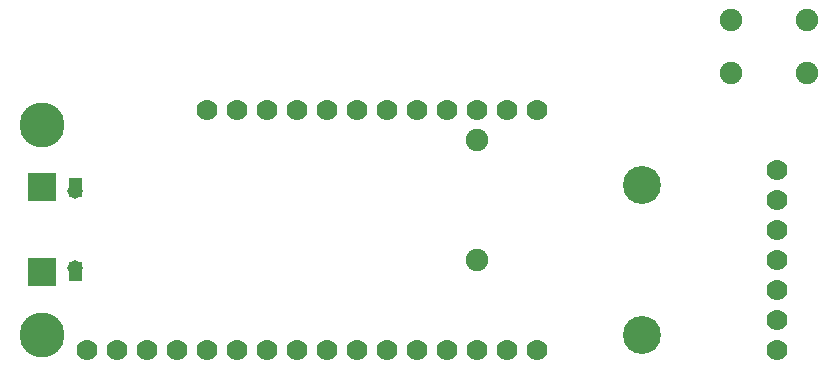
<source format=gtl>
G04 MADE WITH FRITZING*
G04 WWW.FRITZING.ORG*
G04 DOUBLE SIDED*
G04 HOLES PLATED*
G04 CONTOUR ON CENTER OF CONTOUR VECTOR*
%ASAXBY*%
%FSLAX23Y23*%
%MOIN*%
%OFA0B0*%
%SFA1.0B1.0*%
%ADD10C,0.126614*%
%ADD11C,0.070000*%
%ADD12C,0.075000*%
%ADD13C,0.095000*%
%ADD14C,0.149999*%
%ADD15C,0.051496*%
%ADD16R,0.095000X0.095000*%
%ADD17R,0.001000X0.001000*%
%LNCOPPER1*%
G90*
G70*
G54D10*
X2164Y701D03*
G54D11*
X2614Y151D03*
X2614Y251D03*
X2614Y351D03*
X2614Y451D03*
X2614Y551D03*
X2614Y651D03*
X2614Y751D03*
G54D10*
X2164Y201D03*
G54D12*
X2714Y1074D03*
X2458Y1074D03*
X2714Y1251D03*
X2458Y1251D03*
X1614Y851D03*
X1614Y451D03*
G54D11*
X1014Y951D03*
X1114Y151D03*
X314Y151D03*
X1814Y951D03*
G54D13*
X164Y410D03*
G54D11*
X714Y151D03*
X1514Y151D03*
X1414Y951D03*
G54D14*
X164Y901D03*
G54D11*
X514Y151D03*
X914Y151D03*
X1314Y151D03*
X1714Y151D03*
X1614Y951D03*
X1214Y951D03*
X814Y951D03*
G54D15*
X274Y422D03*
G54D11*
X414Y151D03*
X614Y151D03*
X814Y151D03*
X1014Y151D03*
X1214Y151D03*
X1414Y151D03*
X1614Y151D03*
X1814Y151D03*
X1714Y951D03*
X1514Y951D03*
X1314Y951D03*
X1114Y951D03*
X914Y951D03*
X714Y951D03*
G54D14*
X164Y201D03*
G54D15*
X274Y681D03*
G54D13*
X164Y693D03*
G54D16*
X164Y410D03*
X164Y693D03*
G54D17*
X253Y723D02*
X294Y723D01*
X253Y722D02*
X294Y722D01*
X253Y721D02*
X294Y721D01*
X253Y720D02*
X294Y720D01*
X253Y719D02*
X294Y719D01*
X253Y718D02*
X294Y718D01*
X253Y717D02*
X294Y717D01*
X253Y716D02*
X294Y716D01*
X253Y715D02*
X294Y715D01*
X253Y714D02*
X294Y714D01*
X253Y713D02*
X294Y713D01*
X253Y712D02*
X294Y712D01*
X253Y711D02*
X294Y711D01*
X253Y710D02*
X294Y710D01*
X253Y709D02*
X294Y709D01*
X253Y708D02*
X294Y708D01*
X253Y707D02*
X294Y707D01*
X253Y706D02*
X294Y706D01*
X253Y705D02*
X294Y705D01*
X253Y704D02*
X294Y704D01*
X253Y703D02*
X270Y703D01*
X277Y703D02*
X294Y703D01*
X253Y702D02*
X266Y702D01*
X281Y702D02*
X294Y702D01*
X253Y701D02*
X264Y701D01*
X283Y701D02*
X294Y701D01*
X253Y700D02*
X262Y700D01*
X285Y700D02*
X294Y700D01*
X253Y699D02*
X261Y699D01*
X286Y699D02*
X294Y699D01*
X253Y698D02*
X259Y698D01*
X288Y698D02*
X294Y698D01*
X253Y697D02*
X258Y697D01*
X289Y697D02*
X294Y697D01*
X253Y696D02*
X257Y696D01*
X290Y696D02*
X294Y696D01*
X253Y695D02*
X257Y695D01*
X290Y695D02*
X294Y695D01*
X253Y694D02*
X256Y694D01*
X291Y694D02*
X294Y694D01*
X253Y693D02*
X255Y693D01*
X292Y693D02*
X294Y693D01*
X253Y692D02*
X255Y692D01*
X292Y692D02*
X294Y692D01*
X253Y691D02*
X254Y691D01*
X293Y691D02*
X294Y691D01*
X253Y690D02*
X254Y690D01*
X293Y690D02*
X294Y690D01*
X253Y689D02*
X253Y689D01*
X294Y689D02*
X294Y689D01*
X253Y688D02*
X253Y688D01*
X294Y688D02*
X294Y688D01*
X253Y687D02*
X253Y687D01*
X294Y687D02*
X294Y687D01*
X253Y678D02*
X253Y678D01*
X294Y678D02*
X294Y678D01*
X253Y677D02*
X253Y677D01*
X294Y677D02*
X294Y677D01*
X253Y676D02*
X253Y676D01*
X294Y676D02*
X294Y676D01*
X253Y675D02*
X254Y675D01*
X293Y675D02*
X294Y675D01*
X253Y674D02*
X254Y674D01*
X293Y674D02*
X294Y674D01*
X253Y673D02*
X255Y673D01*
X292Y673D02*
X294Y673D01*
X253Y672D02*
X255Y672D01*
X292Y672D02*
X294Y672D01*
X253Y671D02*
X256Y671D01*
X291Y671D02*
X294Y671D01*
X253Y670D02*
X257Y670D01*
X290Y670D02*
X294Y670D01*
X253Y669D02*
X257Y669D01*
X290Y669D02*
X294Y669D01*
X253Y668D02*
X258Y668D01*
X289Y668D02*
X294Y668D01*
X253Y667D02*
X259Y667D01*
X288Y667D02*
X294Y667D01*
X253Y666D02*
X261Y666D01*
X286Y666D02*
X294Y666D01*
X253Y665D02*
X262Y665D01*
X285Y665D02*
X294Y665D01*
X253Y664D02*
X264Y664D01*
X283Y664D02*
X294Y664D01*
X253Y663D02*
X266Y663D01*
X281Y663D02*
X294Y663D01*
X253Y662D02*
X269Y662D01*
X278Y662D02*
X294Y662D01*
X253Y443D02*
X269Y443D01*
X278Y443D02*
X294Y443D01*
X253Y442D02*
X265Y442D01*
X282Y442D02*
X294Y442D01*
X253Y441D02*
X263Y441D01*
X284Y441D02*
X294Y441D01*
X253Y440D02*
X262Y440D01*
X286Y440D02*
X294Y440D01*
X253Y439D02*
X260Y439D01*
X287Y439D02*
X294Y439D01*
X253Y438D02*
X259Y438D01*
X288Y438D02*
X294Y438D01*
X253Y437D02*
X258Y437D01*
X289Y437D02*
X294Y437D01*
X253Y436D02*
X257Y436D01*
X290Y436D02*
X294Y436D01*
X253Y435D02*
X256Y435D01*
X291Y435D02*
X294Y435D01*
X253Y434D02*
X256Y434D01*
X291Y434D02*
X294Y434D01*
X253Y433D02*
X255Y433D01*
X292Y433D02*
X294Y433D01*
X253Y432D02*
X255Y432D01*
X292Y432D02*
X294Y432D01*
X253Y431D02*
X254Y431D01*
X293Y431D02*
X294Y431D01*
X253Y430D02*
X254Y430D01*
X293Y430D02*
X294Y430D01*
X253Y429D02*
X253Y429D01*
X294Y429D02*
X294Y429D01*
X253Y428D02*
X253Y428D01*
X294Y428D02*
X294Y428D01*
X253Y418D02*
X253Y418D01*
X294Y418D02*
X294Y418D01*
X253Y417D02*
X253Y417D01*
X294Y417D02*
X294Y417D01*
X253Y416D02*
X253Y416D01*
X294Y416D02*
X294Y416D01*
X253Y415D02*
X254Y415D01*
X293Y415D02*
X294Y415D01*
X253Y414D02*
X254Y414D01*
X293Y414D02*
X294Y414D01*
X253Y413D02*
X255Y413D01*
X292Y413D02*
X294Y413D01*
X253Y412D02*
X255Y412D01*
X292Y412D02*
X294Y412D01*
X253Y411D02*
X256Y411D01*
X291Y411D02*
X294Y411D01*
X253Y410D02*
X257Y410D01*
X290Y410D02*
X294Y410D01*
X253Y409D02*
X258Y409D01*
X289Y409D02*
X294Y409D01*
X253Y408D02*
X259Y408D01*
X289Y408D02*
X294Y408D01*
X253Y407D02*
X260Y407D01*
X287Y407D02*
X294Y407D01*
X253Y406D02*
X261Y406D01*
X286Y406D02*
X294Y406D01*
X253Y405D02*
X262Y405D01*
X285Y405D02*
X294Y405D01*
X253Y404D02*
X264Y404D01*
X283Y404D02*
X294Y404D01*
X253Y403D02*
X267Y403D01*
X280Y403D02*
X294Y403D01*
X253Y402D02*
X294Y402D01*
X253Y401D02*
X294Y401D01*
X253Y400D02*
X294Y400D01*
X253Y399D02*
X294Y399D01*
X253Y398D02*
X294Y398D01*
X253Y397D02*
X294Y397D01*
X253Y396D02*
X294Y396D01*
X253Y395D02*
X294Y395D01*
X253Y394D02*
X294Y394D01*
X253Y393D02*
X294Y393D01*
X253Y392D02*
X294Y392D01*
X253Y391D02*
X294Y391D01*
X253Y390D02*
X294Y390D01*
X253Y389D02*
X294Y389D01*
X253Y388D02*
X294Y388D01*
X253Y387D02*
X294Y387D01*
X253Y386D02*
X294Y386D01*
X253Y385D02*
X294Y385D01*
X253Y384D02*
X294Y384D01*
X253Y383D02*
X294Y383D01*
X253Y382D02*
X294Y382D01*
D02*
G04 End of Copper1*
M02*
</source>
